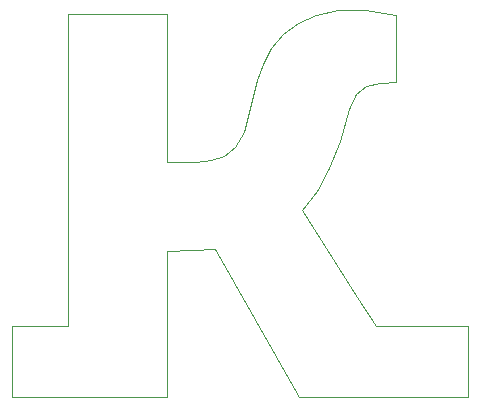
<source format=gm1>
G04 #@! TF.FileFunction,Profile,NP*
%FSLAX46Y46*%
G04 Gerber Fmt 4.6, Leading zero omitted, Abs format (unit mm)*
G04 Created by KiCad (PCBNEW 4.0.0-rc2-stable) date 3/3/2016 3:45:24 PM*
%MOMM*%
G01*
G04 APERTURE LIST*
%ADD10C,0.150000*%
%ADD11C,0.100000*%
G04 APERTURE END LIST*
D10*
D11*
X80520000Y-51160000D02*
X70930000Y-51160000D01*
X70930000Y-51160000D02*
X67410000Y-44880000D01*
X67410000Y-44880000D02*
X63840000Y-38690000D01*
X63840000Y-38690000D02*
X61900000Y-38760000D01*
X61900000Y-38760000D02*
X59770000Y-38790000D01*
X59770000Y-38790000D02*
X59770000Y-51150000D01*
X59770000Y-51150000D02*
X59760000Y-51160000D01*
X59760000Y-51160000D02*
X51330000Y-51160000D01*
X51330000Y-51160000D02*
X51330000Y-51150000D01*
X51330000Y-51150000D02*
X46630000Y-51150000D01*
X46630000Y-51150000D02*
X46630000Y-45150000D01*
X46630000Y-45150000D02*
X51330000Y-45150000D01*
X51330000Y-45150000D02*
X51330000Y-18720000D01*
X51330000Y-18720000D02*
X51330000Y-18720000D01*
X51330000Y-18720000D02*
X59760000Y-18720000D01*
X59760000Y-18720000D02*
X59770000Y-18720000D01*
X59770000Y-18720000D02*
X59770000Y-31280000D01*
X59770000Y-31280000D02*
X60920000Y-31300000D01*
X60920000Y-31300000D02*
X62220000Y-31300000D01*
X62220000Y-31300000D02*
X63490000Y-31160000D01*
X63490000Y-31160000D02*
X64540000Y-30820000D01*
X64540000Y-30820000D02*
X65540000Y-29990000D01*
X65540000Y-29990000D02*
X66230000Y-28710000D01*
X66230000Y-28710000D02*
X67410000Y-24380000D01*
X67410000Y-24380000D02*
X67890000Y-22950000D01*
X67890000Y-22950000D02*
X68590000Y-21620000D01*
X68590000Y-21620000D02*
X69550000Y-20450000D01*
X69550000Y-20450000D02*
X70810000Y-19510000D01*
X70810000Y-19510000D02*
X72380000Y-18830000D01*
X72380000Y-18830000D02*
X74270000Y-18450000D01*
X74270000Y-18450000D02*
X76510000Y-18430000D01*
X76510000Y-18430000D02*
X79180000Y-18860000D01*
X79180000Y-18860000D02*
X79180000Y-24520000D01*
X79180000Y-24520000D02*
X77780000Y-24560000D01*
X77780000Y-24560000D02*
X76630000Y-24860000D01*
X76630000Y-24860000D02*
X75760000Y-25560000D01*
X75760000Y-25560000D02*
X75190000Y-26790000D01*
X75190000Y-26790000D02*
X74400000Y-29500000D01*
X74400000Y-29500000D02*
X73500000Y-31810000D01*
X73500000Y-31810000D02*
X72450000Y-33750000D01*
X72450000Y-33750000D02*
X71210000Y-35360000D01*
X71210000Y-35360000D02*
X75860000Y-42700000D01*
X75860000Y-42700000D02*
X77440000Y-45150000D01*
X77440000Y-45150000D02*
X85220000Y-45150000D01*
X85220000Y-45150000D02*
X85220000Y-51150000D01*
X85220000Y-51150000D02*
X80520000Y-51150000D01*
X80520000Y-51150000D02*
X80520000Y-51160000D01*
X80520000Y-51160000D02*
X80520000Y-51160000D01*
X80520000Y-51160000D02*
X80520000Y-51160000D01*
M02*

</source>
